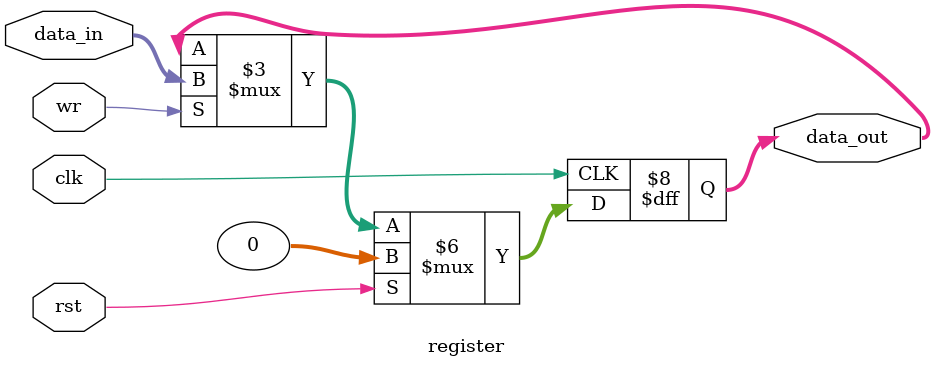
<source format=sv>

module register #(parameter WIDTH=32) (
	
  input logic			   clk,
  input logic              rst,
  input logic  [WIDTH-1:0] data_in,
  input logic              wr,
  
  output logic [WIDTH-1:0] data_out

);
  
  always_ff @(posedge clk) begin
    if      (rst) data_out <= 0;
    else if (wr)  data_out <= data_in;
    else          data_out <= data_out;
  end
  
endmodule
</source>
